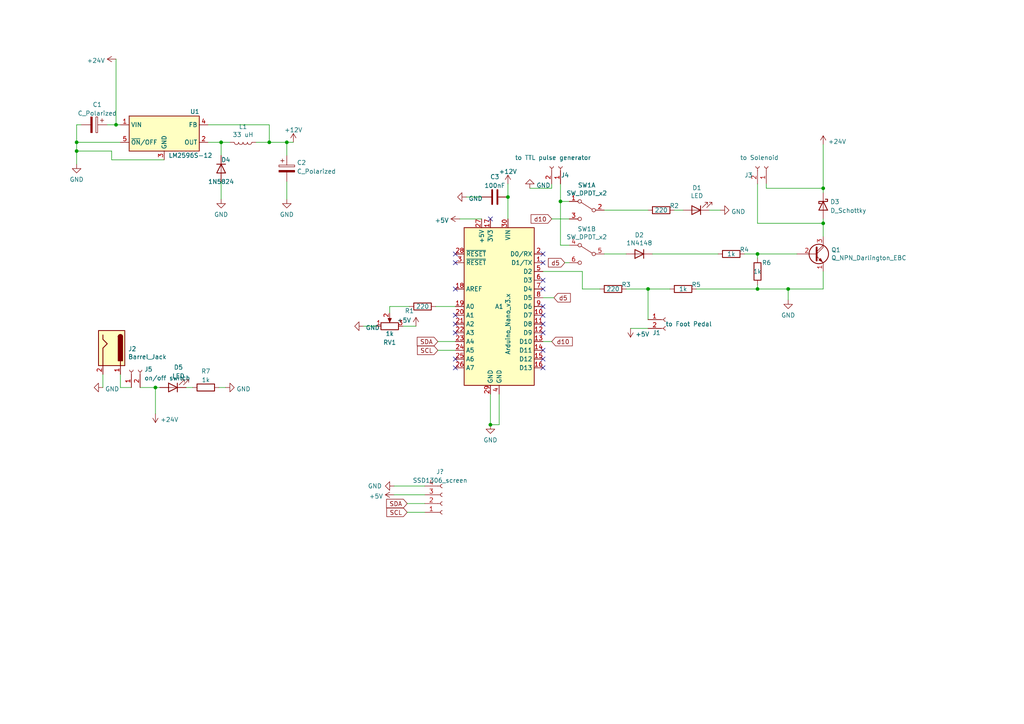
<source format=kicad_sch>
(kicad_sch (version 20211123) (generator eeschema)
  (paper "A4")
  (lib_symbols
    (symbol "Connector:Barrel_Jack" (pin_names (offset 1.016))
      (property "Reference" "J" (at 0 5.334 0))
      (property "Value" "Barrel_Jack" (at 0 -5.08 0))
      (symbol "Barrel_Jack_0_1"
        (rectangle (start -5.08 3.81) (end 5.08 -3.81) (stroke (width 0.254)) (fill (type background)))
        (arc (start -3.302 3.175) (mid -3.937 2.54) (end -3.302 1.905) (stroke (width 0.254)))
        (arc (start -3.302 3.175) (mid -3.937 2.54) (end -3.302 1.905) (stroke (width 0.254)) (fill (type outline)))
        (polyline (pts (xy 5.08 2.54) (xy 3.81 2.54)) (stroke (width 0.254)))
        (polyline (pts (xy -3.81 -2.54) (xy -2.54 -2.54) (xy -1.27 -1.27) (xy 0 -2.54) (xy 2.54 -2.54) (xy 5.08 -2.54)) (stroke (width 0.254)))
        (rectangle (start 3.683 3.175) (end -3.302 1.905) (stroke (width 0.254)) (fill (type outline)))
      )
      (symbol "Barrel_Jack_1_1"
        (pin passive line (at 7.62 2.54 180) (length 2.54) (name "~") (number "1"))
        (pin passive line (at 7.62 -2.54 180) (length 2.54) (name "~") (number "2"))
      )
    )
    (symbol "Connector:Conn_01x02_Female" (pin_names (offset 1.016) hide)
      (property "Reference" "J" (at 0 2.54 0))
      (property "Value" "Conn_01x02_Female" (at 0 -5.08 0))
      (symbol "Conn_01x02_Female_1_1"
        (arc (start 0 -2.032) (mid -0.508 -2.54) (end 0 -3.048) (stroke (width 0.1524)))
        (polyline (pts (xy -1.27 -2.54) (xy -0.508 -2.54)) (stroke (width 0.1524)))
        (polyline (pts (xy -1.27 0) (xy -0.508 0)) (stroke (width 0.1524)))
        (arc (start 0 0.508) (mid -0.508 0) (end 0 -0.508) (stroke (width 0.1524)))
        (pin passive line (at -5.08 0 0) (length 3.81) (name "Pin_1") (number "1"))
        (pin passive line (at -5.08 -2.54 0) (length 3.81) (name "Pin_2") (number "2"))
      )
    )
    (symbol "Connector:Conn_01x04_Female" (pin_names (offset 1.016) hide)
      (property "Reference" "J" (at 0 5.08 0))
      (property "Value" "Conn_01x04_Female" (at 0 -7.62 0))
      (symbol "Conn_01x04_Female_1_1"
        (arc (start 0 -4.572) (mid -0.508 -5.08) (end 0 -5.588) (stroke (width 0.1524)))
        (arc (start 0 -2.032) (mid -0.508 -2.54) (end 0 -3.048) (stroke (width 0.1524)))
        (polyline (pts (xy -1.27 -5.08) (xy -0.508 -5.08)) (stroke (width 0.1524)))
        (polyline (pts (xy -1.27 -2.54) (xy -0.508 -2.54)) (stroke (width 0.1524)))
        (polyline (pts (xy -1.27 0) (xy -0.508 0)) (stroke (width 0.1524)))
        (polyline (pts (xy -1.27 2.54) (xy -0.508 2.54)) (stroke (width 0.1524)))
        (arc (start 0 0.508) (mid -0.508 0) (end 0 -0.508) (stroke (width 0.1524)))
        (arc (start 0 3.048) (mid -0.508 2.54) (end 0 2.032) (stroke (width 0.1524)))
        (pin passive line (at -5.08 2.54 0) (length 3.81) (name "Pin_1") (number "1"))
        (pin passive line (at -5.08 0 0) (length 3.81) (name "Pin_2") (number "2"))
        (pin passive line (at -5.08 -2.54 0) (length 3.81) (name "Pin_3") (number "3"))
        (pin passive line (at -5.08 -5.08 0) (length 3.81) (name "Pin_4") (number "4"))
      )
    )
    (symbol "Device:C" (pin_numbers hide) (pin_names (offset 0.254))
      (property "Reference" "C" (at 0.635 2.54 0))
      (property "Value" "C" (at 0.635 -2.54 0))
      (symbol "C_0_1"
        (polyline (pts (xy -2.032 -0.762) (xy 2.032 -0.762)) (stroke (width 0.508)))
        (polyline (pts (xy -2.032 0.762) (xy 2.032 0.762)) (stroke (width 0.508)))
      )
      (symbol "C_1_1"
        (pin passive line (at 0 3.81 270) (length 2.794) (name "~") (number "1"))
        (pin passive line (at 0 -3.81 90) (length 2.794) (name "~") (number "2"))
      )
    )
    (symbol "Device:C_Polarized" (pin_numbers hide) (pin_names (offset 0.254))
      (property "Reference" "C" (at 0.635 2.54 0))
      (property "Value" "C_Polarized" (at 0.635 -2.54 0))
      (symbol "C_Polarized_0_1"
        (rectangle (start -2.286 0.508) (end 2.286 1.016))
        (polyline (pts (xy -1.778 2.286) (xy -0.762 2.286)))
        (polyline (pts (xy -1.27 2.794) (xy -1.27 1.778)))
        (rectangle (start 2.286 -0.508) (end -2.286 -1.016) (fill (type outline)))
      )
      (symbol "C_Polarized_1_1"
        (pin passive line (at 0 3.81 270) (length 2.794) (name "~") (number "1"))
        (pin passive line (at 0 -3.81 90) (length 2.794) (name "~") (number "2"))
      )
    )
    (symbol "Device:D_Schottky" (pin_numbers hide) (pin_names (offset 1.016) hide)
      (property "Reference" "D" (at 0 2.54 0))
      (property "Value" "D_Schottky" (at 0 -2.54 0))
      (symbol "D_Schottky_0_1"
        (polyline (pts (xy 1.27 0) (xy -1.27 0)))
        (polyline (pts (xy 1.27 1.27) (xy 1.27 -1.27) (xy -1.27 0) (xy 1.27 1.27)) (stroke (width 0.254)))
        (polyline (pts (xy -1.905 0.635) (xy -1.905 1.27) (xy -1.27 1.27) (xy -1.27 -1.27) (xy -0.635 -1.27) (xy -0.635 -0.635)) (stroke (width 0.254)))
      )
      (symbol "D_Schottky_1_1"
        (pin passive line (at -3.81 0 0) (length 2.54) (name "K") (number "1"))
        (pin passive line (at 3.81 0 180) (length 2.54) (name "A") (number "2"))
      )
    )
    (symbol "Device:L" (pin_numbers hide) (pin_names (offset 1.016) hide)
      (property "Reference" "L" (at -1.27 0 90))
      (property "Value" "L" (at 1.905 0 90))
      (symbol "L_0_1"
        (arc (start 0 -2.54) (mid 0.635 -1.905) (end 0 -1.27))
        (arc (start 0 -1.27) (mid 0.635 -0.635) (end 0 0))
        (arc (start 0 0) (mid 0.635 0.635) (end 0 1.27))
        (arc (start 0 1.27) (mid 0.635 1.905) (end 0 2.54))
      )
      (symbol "L_1_1"
        (pin passive line (at 0 3.81 270) (length 1.27) (name "1") (number "1"))
        (pin passive line (at 0 -3.81 90) (length 1.27) (name "2") (number "2"))
      )
    )
    (symbol "Device:LED" (pin_numbers hide) (pin_names (offset 1.016) hide)
      (property "Reference" "D" (at 0 2.54 0))
      (property "Value" "LED" (at 0 -2.54 0))
      (symbol "LED_0_1"
        (polyline (pts (xy -1.27 -1.27) (xy -1.27 1.27)) (stroke (width 0.254)))
        (polyline (pts (xy -1.27 0) (xy 1.27 0)))
        (polyline (pts (xy 1.27 -1.27) (xy 1.27 1.27) (xy -1.27 0) (xy 1.27 -1.27)) (stroke (width 0.254)))
        (polyline (pts (xy -3.048 -0.762) (xy -4.572 -2.286) (xy -3.81 -2.286) (xy -4.572 -2.286) (xy -4.572 -1.524)))
        (polyline (pts (xy -1.778 -0.762) (xy -3.302 -2.286) (xy -2.54 -2.286) (xy -3.302 -2.286) (xy -3.302 -1.524)))
      )
      (symbol "LED_1_1"
        (pin passive line (at -3.81 0 0) (length 2.54) (name "K") (number "1"))
        (pin passive line (at 3.81 0 180) (length 2.54) (name "A") (number "2"))
      )
    )
    (symbol "Device:Q_NPN_Darlington_EBC" (pin_names (offset 0) hide)
      (property "Reference" "Q" (at 4.572 1.27 0))
      (property "Value" "Q_NPN_Darlington_EBC" (at 4.572 -1.27 0))
      (symbol "Q_NPN_Darlington_EBC_0_1"
        (polyline (pts (xy 0.635 0.635) (xy 2.54 2.54)))
        (polyline (pts (xy 0.635 -0.635) (xy 2.54 -2.54) (xy 2.54 -2.54)))
        (polyline (pts (xy 0.635 0) (xy 2.54 1.905) (xy 2.54 2.54)))
        (polyline (pts (xy 0.635 1.905) (xy 0.635 -1.905) (xy 0.635 -1.905)) (stroke (width 0.508)))
        (polyline (pts (xy 1.27 -1.778) (xy 1.778 -1.27) (xy 2.286 -2.286) (xy 1.27 -1.778) (xy 1.27 -1.778)) (fill (type outline)))
        (circle (center 1.27 0) (radius 2.8194) (stroke (width 0.254)))
      )
      (symbol "Q_NPN_Darlington_EBC_1_1"
        (pin passive line (at 2.54 -5.08 90) (length 2.54) (name "E") (number "1"))
        (pin passive line (at -5.08 0 0) (length 5.715) (name "B") (number "2"))
        (pin passive line (at 2.54 5.08 270) (length 2.54) (name "C") (number "3"))
      )
    )
    (symbol "Device:R" (pin_numbers hide) (pin_names (offset 0))
      (property "Reference" "R" (at 2.032 0 90))
      (property "Value" "R" (at 0 0 90))
      (symbol "R_0_1"
        (rectangle (start -1.016 -2.54) (end 1.016 2.54) (stroke (width 0.254)))
      )
      (symbol "R_1_1"
        (pin passive line (at 0 3.81 270) (length 1.27) (name "~") (number "1"))
        (pin passive line (at 0 -3.81 90) (length 1.27) (name "~") (number "2"))
      )
    )
    (symbol "Device:R_Potentiometer" (pin_names (offset 1.016) hide)
      (property "Reference" "RV" (at -4.445 0 90))
      (property "Value" "R_Potentiometer" (at -2.54 0 90))
      (symbol "R_Potentiometer_0_1"
        (polyline (pts (xy 2.54 0) (xy 1.524 0)))
        (polyline (pts (xy 1.143 0) (xy 2.286 0.508) (xy 2.286 -0.508) (xy 1.143 0)) (fill (type outline)))
        (rectangle (start 1.016 2.54) (end -1.016 -2.54) (stroke (width 0.254)))
      )
      (symbol "R_Potentiometer_1_1"
        (pin passive line (at 0 3.81 270) (length 1.27) (name "1") (number "1"))
        (pin passive line (at 3.81 0 180) (length 1.27) (name "2") (number "2"))
        (pin passive line (at 0 -3.81 90) (length 1.27) (name "3") (number "3"))
      )
    )
    (symbol "Diode:1N4148" (pin_numbers hide) (pin_names (offset 1.016) hide)
      (property "Reference" "D" (at 0 2.54 0))
      (property "Value" "1N4148" (at 0 -2.54 0))
      (symbol "1N4148_0_1"
        (polyline (pts (xy -1.27 1.27) (xy -1.27 -1.27)) (stroke (width 0.254)))
        (polyline (pts (xy 1.27 0) (xy -1.27 0)))
        (polyline (pts (xy 1.27 1.27) (xy 1.27 -1.27) (xy -1.27 0) (xy 1.27 1.27)) (stroke (width 0.254)))
      )
      (symbol "1N4148_1_1"
        (pin passive line (at -3.81 0 0) (length 2.54) (name "K") (number "1"))
        (pin passive line (at 3.81 0 180) (length 2.54) (name "A") (number "2"))
      )
    )
    (symbol "Diode:1N5400" (pin_numbers hide) (pin_names (offset 1.016) hide)
      (property "Reference" "D" (at 0 2.54 0))
      (property "Value" "1N5400" (at 0 -2.54 0))
      (symbol "1N5400_0_1"
        (polyline (pts (xy -1.27 1.27) (xy -1.27 -1.27)) (stroke (width 0.254)))
        (polyline (pts (xy 1.27 0) (xy -1.27 0)))
        (polyline (pts (xy 1.27 1.27) (xy 1.27 -1.27) (xy -1.27 0) (xy 1.27 1.27)) (stroke (width 0.254)))
      )
      (symbol "1N5400_1_1"
        (pin passive line (at -3.81 0 0) (length 2.54) (name "K") (number "1"))
        (pin passive line (at 3.81 0 180) (length 2.54) (name "A") (number "2"))
      )
    )
    (symbol "MCU_Module:Arduino_Nano_v3.x"
      (property "Reference" "A" (at -10.16 23.495 0))
      (property "Value" "Arduino_Nano_v3.x" (at 5.08 -24.13 0))
      (symbol "Arduino_Nano_v3.x_0_1"
        (rectangle (start -10.16 22.86) (end 10.16 -22.86) (stroke (width 0.254)) (fill (type background)))
      )
      (symbol "Arduino_Nano_v3.x_1_1"
        (pin bidirectional line (at -12.7 12.7 0) (length 2.54) (name "D1/TX") (number "1"))
        (pin bidirectional line (at -12.7 -2.54 0) (length 2.54) (name "D7") (number "10"))
        (pin bidirectional line (at -12.7 -5.08 0) (length 2.54) (name "D8") (number "11"))
        (pin bidirectional line (at -12.7 -7.62 0) (length 2.54) (name "D9") (number "12"))
        (pin bidirectional line (at -12.7 -10.16 0) (length 2.54) (name "D10") (number "13"))
        (pin bidirectional line (at -12.7 -12.7 0) (length 2.54) (name "D11") (number "14"))
        (pin bidirectional line (at -12.7 -15.24 0) (length 2.54) (name "D12") (number "15"))
        (pin bidirectional line (at -12.7 -17.78 0) (length 2.54) (name "D13") (number "16"))
        (pin power_out line (at 2.54 25.4 270) (length 2.54) (name "3V3") (number "17"))
        (pin input line (at 12.7 5.08 180) (length 2.54) (name "AREF") (number "18"))
        (pin bidirectional line (at 12.7 0 180) (length 2.54) (name "A0") (number "19"))
        (pin bidirectional line (at -12.7 15.24 0) (length 2.54) (name "D0/RX") (number "2"))
        (pin bidirectional line (at 12.7 -2.54 180) (length 2.54) (name "A1") (number "20"))
        (pin bidirectional line (at 12.7 -5.08 180) (length 2.54) (name "A2") (number "21"))
        (pin bidirectional line (at 12.7 -7.62 180) (length 2.54) (name "A3") (number "22"))
        (pin bidirectional line (at 12.7 -10.16 180) (length 2.54) (name "A4") (number "23"))
        (pin bidirectional line (at 12.7 -12.7 180) (length 2.54) (name "A5") (number "24"))
        (pin bidirectional line (at 12.7 -15.24 180) (length 2.54) (name "A6") (number "25"))
        (pin bidirectional line (at 12.7 -17.78 180) (length 2.54) (name "A7") (number "26"))
        (pin power_out line (at 5.08 25.4 270) (length 2.54) (name "+5V") (number "27"))
        (pin input line (at 12.7 15.24 180) (length 2.54) (name "~{RESET}") (number "28"))
        (pin power_in line (at 2.54 -25.4 90) (length 2.54) (name "GND") (number "29"))
        (pin input line (at 12.7 12.7 180) (length 2.54) (name "~{RESET}") (number "3"))
        (pin power_in line (at -2.54 25.4 270) (length 2.54) (name "VIN") (number "30"))
        (pin power_in line (at 0 -25.4 90) (length 2.54) (name "GND") (number "4"))
        (pin bidirectional line (at -12.7 10.16 0) (length 2.54) (name "D2") (number "5"))
        (pin bidirectional line (at -12.7 7.62 0) (length 2.54) (name "D3") (number "6"))
        (pin bidirectional line (at -12.7 5.08 0) (length 2.54) (name "D4") (number "7"))
        (pin bidirectional line (at -12.7 2.54 0) (length 2.54) (name "D5") (number "8"))
        (pin bidirectional line (at -12.7 0 0) (length 2.54) (name "D6") (number "9"))
      )
    )
    (symbol "Regulator_Switching:LM2596S-12"
      (property "Reference" "U" (at -10.16 6.35 0))
      (property "Value" "LM2596S-12" (at 0 6.35 0))
      (symbol "LM2596S-12_0_1"
        (rectangle (start -10.16 5.08) (end 10.16 -5.08) (stroke (width 0.254)) (fill (type background)))
      )
      (symbol "LM2596S-12_1_1"
        (pin power_in line (at -12.7 2.54 0) (length 2.54) (name "VIN") (number "1"))
        (pin output line (at 12.7 -2.54 180) (length 2.54) (name "OUT") (number "2"))
        (pin power_in line (at 0 -7.62 90) (length 2.54) (name "GND") (number "3"))
        (pin input line (at 12.7 2.54 180) (length 2.54) (name "FB") (number "4"))
        (pin input line (at -12.7 -2.54 0) (length 2.54) (name "~{ON}/OFF") (number "5"))
      )
    )
    (symbol "Switch:SW_DPDT_x2" (pin_names (offset 0) hide)
      (property "Reference" "SW" (at 0 4.318 0))
      (property "Value" "SW_DPDT_x2" (at 0 -5.08 0))
      (symbol "SW_DPDT_x2_0_0"
        (circle (center -2.032 0) (radius 0.508))
        (circle (center 2.032 -2.54) (radius 0.508))
      )
      (symbol "SW_DPDT_x2_0_1"
        (polyline (pts (xy -1.524 0.254) (xy 1.651 2.286)))
        (circle (center 2.032 2.54) (radius 0.508))
      )
      (symbol "SW_DPDT_x2_1_1"
        (pin passive line (at 5.08 2.54 180) (length 2.54) (name "A") (number "1"))
        (pin passive line (at -5.08 0 0) (length 2.54) (name "B") (number "2"))
        (pin passive line (at 5.08 -2.54 180) (length 2.54) (name "C") (number "3"))
      )
      (symbol "SW_DPDT_x2_2_1"
        (pin passive line (at 5.08 2.54 180) (length 2.54) (name "A") (number "4"))
        (pin passive line (at -5.08 0 0) (length 2.54) (name "B") (number "5"))
        (pin passive line (at 5.08 -2.54 180) (length 2.54) (name "C") (number "6"))
      )
    )
    (symbol "power:+12V" (power) (pin_names (offset 0))
      (property "Value" "+12V" (at 0 3.556 0))
      (symbol "+12V_0_1"
        (polyline (pts (xy -0.762 1.27) (xy 0 2.54)))
        (polyline (pts (xy 0 0) (xy 0 2.54)))
        (polyline (pts (xy 0 2.54) (xy 0.762 1.27)))
      )
      (symbol "+12V_1_1"
        (pin power_in line (at 0 0 90) (length 0) hide (name "+12V") (number "1"))
      )
    )
    (symbol "power:+24V" (power) (pin_names (offset 0))
      (property "Value" "+24V" (at 0 3.556 0))
      (symbol "+24V_0_1"
        (polyline (pts (xy -0.762 1.27) (xy 0 2.54)))
        (polyline (pts (xy 0 0) (xy 0 2.54)))
        (polyline (pts (xy 0 2.54) (xy 0.762 1.27)))
      )
      (symbol "+24V_1_1"
        (pin power_in line (at 0 0 90) (length 0) hide (name "+24V") (number "1"))
      )
    )
    (symbol "power:+5V" (power) (pin_names (offset 0))
      (property "Value" "+5V" (at 0 3.556 0))
      (symbol "+5V_0_1"
        (polyline (pts (xy -0.762 1.27) (xy 0 2.54)))
        (polyline (pts (xy 0 0) (xy 0 2.54)))
        (polyline (pts (xy 0 2.54) (xy 0.762 1.27)))
      )
      (symbol "+5V_1_1"
        (pin power_in line (at 0 0 90) (length 0) hide (name "+5V") (number "1"))
      )
    )
    (symbol "power:GND" (power) (pin_names (offset 0))
      (property "Value" "GND" (at 0 -3.81 0))
      (symbol "GND_0_1"
        (polyline (pts (xy 0 0) (xy 0 -1.27) (xy 1.27 -1.27) (xy 0 -2.54) (xy -1.27 -1.27) (xy 0 -1.27)))
      )
      (symbol "GND_1_1"
        (pin power_in line (at 0 0 270) (length 0) hide (name "GND") (number "1"))
      )
    )
  )
  (junction (at 22.225 43.815))
  (junction (at 83.185 41.275))
  (junction (at 22.225 41.275))
  (junction (at 78.105 41.275))
  (junction (at 64.135 41.275))
  (junction (at 45.085 112.395))
  (junction (at 219.71 73.66))
  (junction (at 147.32 57.15))
  (junction (at 219.71 83.82))
  (junction (at 142.24 123.19))
  (junction (at 187.96 83.82))
  (junction (at 33.655 36.195))
  (junction (at 238.76 54.61))
  (junction (at 162.56 58.42))
  (junction (at 228.6 83.82))
  (junction (at 238.76 64.77))
  (no_connect (at 132.08 106.68))
  (no_connect (at 157.48 106.68))
  (no_connect (at 157.48 96.52))
  (no_connect (at 132.08 73.66))
  (no_connect (at 157.48 101.6))
  (no_connect (at 157.48 76.2))
  (no_connect (at 132.08 93.98))
  (no_connect (at 132.08 76.2))
  (no_connect (at 157.48 81.28))
  (no_connect (at 142.24 63.5))
  (no_connect (at 157.48 93.98))
  (no_connect (at 157.48 91.44))
  (no_connect (at 157.48 104.14))
  (no_connect (at 157.48 83.82))
  (no_connect (at 157.48 73.66))
  (no_connect (at 132.08 104.14))
  (no_connect (at 132.08 83.82))
  (no_connect (at 132.08 96.52))
  (no_connect (at 157.48 88.9))
  (no_connect (at 132.08 91.44))
  (wire (pts (xy 162.56 58.42) (xy 162.56 53.34)))
  (wire (pts (xy 160.02 54.61) (xy 160.02 53.34)))
  (wire (pts (xy 83.185 41.275) (xy 85.09 41.275)))
  (wire (pts (xy 142.24 123.19) (xy 144.78 123.19)))
  (wire (pts (xy 127 101.6) (xy 132.08 101.6)))
  (wire (pts (xy 33.655 36.195) (xy 34.925 36.195)))
  (wire (pts (xy 238.76 63.5) (xy 238.76 64.77)))
  (wire (pts (xy 189.23 73.66) (xy 208.28 73.66)))
  (wire (pts (xy 162.56 71.12) (xy 165.1 71.12)))
  (wire (pts (xy 118.745 88.9) (xy 113.03 88.9)))
  (wire (pts (xy 83.185 45.085) (xy 83.185 41.275)))
  (wire (pts (xy 238.76 55.88) (xy 238.76 54.61)))
  (wire (pts (xy 181.61 83.82) (xy 187.96 83.82)))
  (wire (pts (xy 22.225 43.815) (xy 22.225 47.625)))
  (wire (pts (xy 219.71 64.77) (xy 238.76 64.77)))
  (wire (pts (xy 53.975 112.395) (xy 55.88 112.395)))
  (wire (pts (xy 47.625 46.355) (xy 32.385 46.355)))
  (wire (pts (xy 228.6 83.82) (xy 238.76 83.82)))
  (wire (pts (xy 205.74 60.96) (xy 208.915 60.96)))
  (wire (pts (xy 31.115 36.195) (xy 33.655 36.195)))
  (wire (pts (xy 114.3 140.97) (xy 123.19 140.97)))
  (wire (pts (xy 215.9 73.66) (xy 219.71 73.66)))
  (wire (pts (xy 83.185 52.705) (xy 83.185 57.785)))
  (wire (pts (xy 222.25 53.34) (xy 222.25 54.61)))
  (wire (pts (xy 118.11 146.05) (xy 123.19 146.05)))
  (wire (pts (xy 32.385 43.815) (xy 22.225 43.815)))
  (wire (pts (xy 113.03 88.9) (xy 113.03 90.805)))
  (wire (pts (xy 219.71 83.82) (xy 228.6 83.82)))
  (wire (pts (xy 160.02 63.5) (xy 165.1 63.5)))
  (wire (pts (xy 157.48 78.74) (xy 168.91 78.74)))
  (wire (pts (xy 153.67 54.61) (xy 160.02 54.61)))
  (wire (pts (xy 22.225 36.195) (xy 22.225 41.275)))
  (wire (pts (xy 63.5 112.395) (xy 65.405 112.395)))
  (wire (pts (xy 157.48 86.36) (xy 160.655 86.36)))
  (wire (pts (xy 45.085 112.395) (xy 45.085 120.015)))
  (wire (pts (xy 40.64 112.395) (xy 45.085 112.395)))
  (wire (pts (xy 187.96 83.82) (xy 187.96 92.71)))
  (wire (pts (xy 22.225 41.275) (xy 34.925 41.275)))
  (wire (pts (xy 144.78 114.3) (xy 144.78 123.19)))
  (wire (pts (xy 105.41 94.615) (xy 109.22 94.615)))
  (wire (pts (xy 33.655 17.145) (xy 33.655 36.195)))
  (wire (pts (xy 238.76 54.61) (xy 238.76 41.91)))
  (wire (pts (xy 187.96 83.82) (xy 194.31 83.82)))
  (wire (pts (xy 219.71 73.66) (xy 231.14 73.66)))
  (wire (pts (xy 118.11 148.59) (xy 123.19 148.59)))
  (wire (pts (xy 142.24 114.3) (xy 142.24 123.19)))
  (wire (pts (xy 126.365 88.9) (xy 132.08 88.9)))
  (wire (pts (xy 175.26 73.66) (xy 181.61 73.66)))
  (wire (pts (xy 64.135 45.085) (xy 64.135 41.275)))
  (wire (pts (xy 34.925 112.395) (xy 34.925 108.585)))
  (wire (pts (xy 34.925 112.395) (xy 38.1 112.395)))
  (wire (pts (xy 219.71 53.34) (xy 219.71 64.77)))
  (wire (pts (xy 74.295 41.275) (xy 78.105 41.275)))
  (wire (pts (xy 195.58 60.96) (xy 198.12 60.96)))
  (wire (pts (xy 168.91 83.82) (xy 173.99 83.82)))
  (wire (pts (xy 64.135 41.275) (xy 60.325 41.275)))
  (wire (pts (xy 147.32 57.15) (xy 147.32 63.5)))
  (wire (pts (xy 222.25 54.61) (xy 238.76 54.61)))
  (wire (pts (xy 157.48 99.06) (xy 160.02 99.06)))
  (wire (pts (xy 165.1 58.42) (xy 162.56 58.42)))
  (wire (pts (xy 78.105 41.275) (xy 83.185 41.275)))
  (wire (pts (xy 182.88 95.25) (xy 187.96 95.25)))
  (wire (pts (xy 45.085 112.395) (xy 46.355 112.395)))
  (wire (pts (xy 22.225 41.275) (xy 22.225 43.815)))
  (wire (pts (xy 60.325 36.195) (xy 78.105 36.195)))
  (wire (pts (xy 135.255 57.15) (xy 139.7 57.15)))
  (wire (pts (xy 147.32 53.34) (xy 147.32 57.15)))
  (wire (pts (xy 64.135 52.705) (xy 64.135 57.785)))
  (wire (pts (xy 238.76 64.77) (xy 238.76 68.58)))
  (wire (pts (xy 238.76 78.74) (xy 238.76 83.82)))
  (wire (pts (xy 114.3 143.51) (xy 123.19 143.51)))
  (wire (pts (xy 22.225 36.195) (xy 23.495 36.195)))
  (wire (pts (xy 175.26 60.96) (xy 187.96 60.96)))
  (wire (pts (xy 120.65 94.615) (xy 116.84 94.615)))
  (wire (pts (xy 228.6 83.82) (xy 228.6 86.995)))
  (wire (pts (xy 219.71 74.93) (xy 219.71 73.66)))
  (wire (pts (xy 127 99.06) (xy 132.08 99.06)))
  (wire (pts (xy 64.135 41.275) (xy 66.675 41.275)))
  (wire (pts (xy 165.1 76.2) (xy 163.83 76.2)))
  (wire (pts (xy 29.845 108.585) (xy 29.845 112.395)))
  (wire (pts (xy 133.35 63.5) (xy 139.7 63.5)))
  (wire (pts (xy 168.91 78.74) (xy 168.91 83.82)))
  (wire (pts (xy 219.71 82.55) (xy 219.71 83.82)))
  (wire (pts (xy 162.56 58.42) (xy 162.56 71.12)))
  (wire (pts (xy 32.385 46.355) (xy 32.385 43.815)))
  (wire (pts (xy 78.105 36.195) (xy 78.105 41.275)))
  (wire (pts (xy 201.93 83.82) (xy 219.71 83.82)))
  (global_label "SCL" (shape input) (at 127 101.6 180) (property "Intersheet References" "${INTERSHEET_REFS}" (effects hide)))
  (global_label "SDA" (shape input) (at 127 99.06 180) (property "Intersheet References" "${INTERSHEET_REFS}" (effects hide)))
  (global_label "d5" (shape input) (at 163.83 76.2 180) (property "Intersheet References" "${INTERSHEET_REFS}" (effects hide)))
  (global_label "SDA" (shape input) (at 118.11 146.05 180) (property "Intersheet References" "${INTERSHEET_REFS}" (effects hide)))
  (global_label "SCL" (shape input) (at 118.11 148.59 180) (property "Intersheet References" "${INTERSHEET_REFS}" (effects hide)))
  (global_label "d10" (shape input) (at 160.02 63.5 180) (property "Intersheet References" "${INTERSHEET_REFS}" (effects hide)))
  (global_label "d5" (shape input) (at 160.655 86.36 0) (property "Intersheet References" "${INTERSHEET_REFS}" (effects hide)))
  (global_label "d10" (shape input) (at 160.02 99.06 0) (property "Intersheet References" "${INTERSHEET_REFS}" (effects hide)))
  (symbol (lib_id "MCU_Module:Arduino_Nano_v3.x") (at 144.78 88.9 0) (mirror y) (unit 1)
    (property "Reference" "A1" (at 144.78 88.9 0))
    (property "Value" "Arduino_Nano_v3.x" (at 147.32 93.98 90))
    (property "Footprint" "Modules:Arduino_Nano_WithMountingHoles" (effects hide))
    (property "Datasheet" "http://www.mouser.com/pdfdocs/Gravitech_Arduino_Nano3_0.pdf" (effects hide))
  )
  (symbol (lib_id "Device:R") (at 191.77 60.96 270) (unit 1)
    (property "Reference" "R2" (at 195.58 59.69 90))
    (property "Value" "220" (at 191.77 60.96 90))
    (property "Footprint" "Resistors_THT:R_Axial_DIN0204_L3.6mm_D1.6mm_P2.54mm_Vertical" (effects hide))
  )
  (symbol (lib_id "Device:LED") (at 201.93 60.96 180) (unit 1)
    (property "Reference" "D1" (at 202.1332 54.483 0))
    (property "Value" "LED" (at 202.1332 56.7944 0))
    (property "Footprint" "LEDs:LED_D5.0mm" (effects hide))
  )
  (symbol (lib_id "Diode:1N4148") (at 185.42 73.66 180) (unit 1)
    (property "Reference" "D2" (at 185.42 68.1736 0))
    (property "Value" "1N4148" (at 185.42 70.485 0))
    (property "Footprint" "Diodes_THT:D_DO-35_SOD27_P7.62mm_Horizontal" (effects hide))
    (property "Datasheet" "http://www.nxp.com/documents/data_sheet/1N4148_1N4448.pdf" (effects hide))
  )
  (symbol (lib_id "Switch:SW_DPDT_x2") (at 170.18 60.96 0) (mirror y) (unit 1)
    (property "Reference" "SW1" (at 170.18 53.721 0))
    (property "Value" "SW_DPDT_x2" (at 170.18 56.0324 0))
    (property "Footprint" "Buttons_Switches_THT:SW_CuK_JS202011AQN_DPDT_Angled" (effects hide))
  )
  (symbol (lib_id "Switch:SW_DPDT_x2") (at 170.18 73.66 0) (mirror y) (unit 2)
    (property "Reference" "SW1" (at 170.18 66.421 0))
    (property "Value" "SW_DPDT_x2" (at 170.18 68.7324 0))
    (property "Footprint" "Buttons_Switches_THT:SW_CuK_JS202011AQN_DPDT_Angled" (effects hide))
  )
  (symbol (lib_id "Device:R") (at 212.09 73.66 270) (unit 1)
    (property "Reference" "R4" (at 215.9 72.39 90))
    (property "Value" "1k" (at 212.09 73.66 90))
    (property "Footprint" "Resistors_THT:R_Axial_DIN0204_L3.6mm_D1.6mm_P2.54mm_Vertical" (effects hide))
  )
  (symbol (lib_id "Device:R") (at 219.71 78.74 180) (unit 1)
    (property "Reference" "R6" (at 220.98 76.2 0) (effects (justify right)))
    (property "Value" "1k" (at 218.44 78.74 0) (effects (justify right)))
    (property "Footprint" "Resistors_THT:R_Axial_DIN0204_L3.6mm_D1.6mm_P2.54mm_Vertical" (effects hide))
  )
  (symbol (lib_id "Device:R") (at 198.12 83.82 90) (unit 1)
    (property "Reference" "R5" (at 201.93 82.55 90))
    (property "Value" "1k" (at 198.12 83.82 90))
    (property "Footprint" "Resistors_THT:R_Axial_DIN0204_L3.6mm_D1.6mm_P2.54mm_Vertical" (effects hide))
  )
  (symbol (lib_id "Device:R") (at 177.8 83.82 270) (unit 1)
    (property "Reference" "R3" (at 181.61 82.55 90))
    (property "Value" "220" (at 177.8 83.82 90))
    (property "Footprint" "Resistors_THT:R_Axial_DIN0204_L3.6mm_D1.6mm_P2.54mm_Vertical" (effects hide))
  )
  (symbol (lib_id "Device:R") (at 122.555 88.9 90) (unit 1)
    (property "Reference" "R1" (at 118.745 90.17 90))
    (property "Value" "220" (at 122.555 88.9 90))
    (property "Footprint" "Resistors_THT:R_Axial_DIN0204_L3.6mm_D1.6mm_P2.54mm_Vertical" (effects hide))
  )
  (symbol (lib_id "Connector:Conn_01x02_Female") (at 193.04 92.71 0) (unit 1)
    (property "Reference" "J1" (at 189.23 96.52 0) (effects (justify left)))
    (property "Value" "to Foot Pedal" (at 193.04 93.98 0) (effects (justify left)))
    (property "Footprint" "Connector_Coaxial:BNC_Amphenol_B6252HB-NPP3G-50_Horizontal" (effects hide))
  )
  (symbol (lib_id "Device:Q_NPN_Darlington_EBC") (at 236.22 73.66 0) (unit 1)
    (property "Reference" "Q1" (at 241.0714 72.4916 0) (effects (justify left)))
    (property "Value" "Q_NPN_Darlington_EBC" (at 241.0714 74.803 0) (effects (justify left)))
    (property "Footprint" "Transistors_OldSowjetAera:OldSowjetaera_Transistor_Type-I_BigPads" (effects hide))
  )
  (symbol (lib_id "Connector:Conn_01x02_Female") (at 222.25 48.26 270) (mirror x) (unit 1)
    (property "Reference" "J3" (at 215.9 50.8 90) (effects (justify left)))
    (property "Value" "to Solenoid" (at 214.63 45.72 90) (effects (justify left)))
    (property "Footprint" "Connector_JST:JST_XH_B2B-XH-A_1x02_P2.50mm_Vertical" (effects hide))
  )
  (symbol (lib_id "Regulator_Switching:LM2596S-12") (at 47.625 38.735 0) (unit 1)
    (property "Reference" "U1" (at 56.515 32.385 0))
    (property "Value" "LM2596S-12" (at 55.245 45.085 0))
    (property "Footprint" "TO_SOT_Packages_THT:TO-220-5_Vertical_StaggeredType1" (effects hide))
    (property "Datasheet" "http://www.ti.com/lit/ds/symlink/lm2596.pdf" (effects hide))
  )
  (symbol (lib_id "Diode:1N5400") (at 64.135 48.895 270) (unit 1)
    (property "Reference" "D4" (at 64.135 46.355 90) (effects (justify left)))
    (property "Value" "1N5824" (at 60.325 52.705 90) (effects (justify left)))
    (property "Footprint" "Diode_THT:D_DO-201AD_P15.24mm_Horizontal" (effects hide))
    (property "Datasheet" "http://www.vishay.com/docs/88516/1n5400.pdf" (effects hide))
  )
  (symbol (lib_id "Device:L") (at 70.485 41.275 270) (unit 1)
    (property "Reference" "L1" (at 70.485 36.7538 90))
    (property "Value" "33 uH" (at 70.485 39.0652 90))
    (property "Footprint" "Inductors_THT:L_Radial_D6.0mm_P4.00mm" (effects hide))
  )
  (symbol (lib_id "Connector:Conn_01x02_Female") (at 162.56 48.26 270) (mirror x) (unit 1)
    (property "Reference" "J4" (at 165.1 50.8 90) (effects (justify right)))
    (property "Value" "to TTL pulse generator" (at 171.45 45.72 90) (effects (justify right)))
    (property "Footprint" "Connector_Coaxial:BNC_Amphenol_B6252HB-NPP3G-50_Horizontal" (effects hide))
  )
  (symbol (lib_id "Connector:Barrel_Jack") (at 32.385 100.965 270) (unit 1)
    (property "Reference" "J2" (at 37.1602 101.1936 90) (effects (justify left)))
    (property "Value" "Barrel_Jack" (at 37.1602 103.505 90) (effects (justify left)))
  )
  (symbol (lib_id "power:GND") (at 135.255 57.15 270) (unit 1)
    (property "Reference" "#PWR012" (effects hide))
    (property "Value" "GND" (at 135.89 57.5838 90) (effects (justify left)))
  )
  (symbol (lib_id "power:GND") (at 153.67 54.61 180) (unit 1)
    (property "Reference" "#PWR015" (effects hide))
    (property "Value" "GND" (at 155.575 53.7738 0) (effects (justify right)))
  )
  (symbol (lib_id "Device:R") (at 59.69 112.395 90) (unit 1)
    (property "Reference" "R7" (at 59.69 107.6792 90))
    (property "Value" "1k" (at 59.69 110.2161 90))
  )
  (symbol (lib_id "power:+24V") (at 33.655 17.145 90) (unit 1)
    (property "Reference" "#PWR03" (effects hide))
    (property "Value" "+24V" (at 30.48 17.5788 90) (effects (justify left)))
  )
  (symbol (lib_id "power:+5V") (at 182.88 95.25 180) (unit 1)
    (property "Reference" "#PWR016" (effects hide))
    (property "Value" "+5V" (at 184.277 96.9538 0) (effects (justify right)))
  )
  (symbol (lib_id "Device:R_Potentiometer") (at 113.03 94.615 90) (unit 1)
    (property "Reference" "RV1" (at 113.03 99.3308 90))
    (property "Value" "1k" (at 113.03 96.7939 90))
  )
  (symbol (lib_id "power:GND") (at 208.915 60.96 90) (unit 1)
    (property "Reference" "#PWR017" (effects hide))
    (property "Value" "GND" (at 212.09 61.3938 90) (effects (justify right)))
  )
  (symbol (lib_id "power:GND") (at 83.185 57.785 0) (unit 1)
    (property "Reference" "#PWR07" (effects hide))
    (property "Value" "GND" (at 83.185 62.2284 0))
  )
  (symbol (lib_id "power:+5V") (at 114.3 143.51 90) (unit 1)
    (property "Reference" "#PWR?" (effects hide))
    (property "Value" "+5V" (at 111.1251 143.9438 90) (effects (justify left)))
  )
  (symbol (lib_id "power:GND") (at 228.6 86.995 0) (unit 1)
    (property "Reference" "#PWR018" (effects hide))
    (property "Value" "GND" (at 228.6 91.4384 0))
  )
  (symbol (lib_id "power:GND") (at 114.3 140.97 270) (unit 1)
    (property "Reference" "#PWR?" (effects hide))
    (property "Value" "GND" (at 106.68 140.97 90) (effects (justify left)))
  )
  (symbol (lib_id "power:+24V") (at 45.085 120.015 180) (unit 1)
    (property "Reference" "#PWR04" (effects hide))
    (property "Value" "+24V" (at 46.482 121.7188 0) (effects (justify right)))
  )
  (symbol (lib_id "power:+5V") (at 120.65 94.615 0) (unit 1)
    (property "Reference" "#PWR010" (effects hide))
    (property "Value" "+5V" (at 119.253 92.9112 0) (effects (justify right)))
  )
  (symbol (lib_id "power:GND") (at 105.41 94.615 270) (unit 1)
    (property "Reference" "#PWR09" (effects hide))
    (property "Value" "GND" (at 106.045 95.0488 90) (effects (justify left)))
  )
  (symbol (lib_id "power:GND") (at 22.225 47.625 0) (unit 1)
    (property "Reference" "#PWR01" (effects hide))
    (property "Value" "GND" (at 22.225 52.0684 0))
  )
  (symbol (lib_id "power:+5V") (at 133.35 63.5 90) (unit 1)
    (property "Reference" "#PWR011" (effects hide))
    (property "Value" "+5V" (at 130.1751 63.9338 90) (effects (justify left)))
  )
  (symbol (lib_id "Device:C_Polarized") (at 27.305 36.195 270) (unit 1)
    (property "Reference" "C1" (at 28.194 30.3362 90))
    (property "Value" "C_Polarized" (at 28.194 32.8731 90))
  )
  (symbol (lib_id "Device:D_Schottky") (at 238.76 59.69 270) (unit 1)
    (property "Reference" "D3" (at 240.792 58.5378 90) (effects (justify left)))
    (property "Value" "D_Schottky" (at 240.792 61.0747 90) (effects (justify left)))
  )
  (symbol (lib_id "Device:C_Polarized") (at 83.185 48.895 0) (unit 1)
    (property "Reference" "C2" (at 86.106 47.1713 0) (effects (justify left)))
    (property "Value" "C_Polarized" (at 86.106 49.7082 0) (effects (justify left)))
  )
  (symbol (lib_id "power:GND") (at 64.135 57.785 0) (unit 1)
    (property "Reference" "#PWR05" (effects hide))
    (property "Value" "GND" (at 64.135 62.2284 0))
  )
  (symbol (lib_id "power:+12V") (at 85.09 41.275 0) (unit 1)
    (property "Reference" "#PWR08" (effects hide))
    (property "Value" "+12V" (at 85.09 37.6992 0))
  )
  (symbol (lib_id "power:+24V") (at 238.76 41.91 0) (unit 1)
    (property "Reference" "#PWR019" (effects hide))
    (property "Value" "+24V" (at 240.157 41.0738 0) (effects (justify left)))
  )
  (symbol (lib_id "Connector:Conn_01x02_Female") (at 38.1 107.315 90) (unit 1)
    (property "Reference" "J5" (at 41.8592 107.1153 90) (effects (justify right)))
    (property "Value" "on/off switch" (at 41.8592 109.6522 90) (effects (justify right)))
  )
  (symbol (lib_id "power:GND") (at 29.845 112.395 270) (unit 1)
    (property "Reference" "#PWR02" (effects hide))
    (property "Value" "GND" (at 30.48 112.8288 90) (effects (justify left)))
  )
  (symbol (lib_id "Connector:Conn_01x04_Female") (at 128.27 146.05 0) (mirror x) (unit 1)
    (property "Reference" "J?" (at 127.635 136.813 0))
    (property "Value" "SSD1306_screen" (at 127.635 139.3499 0))
  )
  (symbol (lib_id "power:GND") (at 65.405 112.395 90) (unit 1)
    (property "Reference" "#PWR06" (effects hide))
    (property "Value" "GND" (at 68.58 112.8288 90) (effects (justify right)))
  )
  (symbol (lib_id "power:+12V") (at 147.32 53.34 0) (unit 1)
    (property "Reference" "#PWR014" (effects hide))
    (property "Value" "+12V" (at 147.32 49.7642 0))
  )
  (symbol (lib_id "Device:LED") (at 50.165 112.395 180) (unit 1)
    (property "Reference" "D5" (at 51.7525 106.5362 0))
    (property "Value" "LED" (at 51.7525 109.0731 0))
  )
  (symbol (lib_id "power:GND") (at 142.24 123.19 0) (unit 1)
    (property "Reference" "#PWR013" (effects hide))
    (property "Value" "GND" (at 142.24 127.6334 0))
  )
  (symbol (lib_id "Device:C") (at 143.51 57.15 90) (unit 1)
    (property "Reference" "C3" (at 143.51 51.2912 90))
    (property "Value" "100nF" (at 143.51 53.8281 90))
  )
)
</source>
